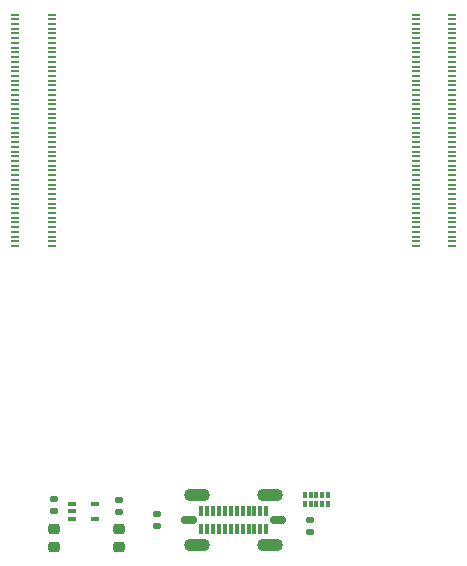
<source format=gbr>
%TF.GenerationSoftware,KiCad,Pcbnew,6.0.11-2627ca5db0~126~ubuntu22.04.1*%
%TF.CreationDate,2023-12-08T19:09:51-08:00*%
%TF.ProjectId,small-display,736d616c-6c2d-4646-9973-706c61792e6b,rev?*%
%TF.SameCoordinates,Original*%
%TF.FileFunction,Soldermask,Top*%
%TF.FilePolarity,Negative*%
%FSLAX46Y46*%
G04 Gerber Fmt 4.6, Leading zero omitted, Abs format (unit mm)*
G04 Created by KiCad (PCBNEW 6.0.11-2627ca5db0~126~ubuntu22.04.1) date 2023-12-08 19:09:51*
%MOMM*%
%LPD*%
G01*
G04 APERTURE LIST*
G04 Aperture macros list*
%AMRoundRect*
0 Rectangle with rounded corners*
0 $1 Rounding radius*
0 $2 $3 $4 $5 $6 $7 $8 $9 X,Y pos of 4 corners*
0 Add a 4 corners polygon primitive as box body*
4,1,4,$2,$3,$4,$5,$6,$7,$8,$9,$2,$3,0*
0 Add four circle primitives for the rounded corners*
1,1,$1+$1,$2,$3*
1,1,$1+$1,$4,$5*
1,1,$1+$1,$6,$7*
1,1,$1+$1,$8,$9*
0 Add four rect primitives between the rounded corners*
20,1,$1+$1,$2,$3,$4,$5,0*
20,1,$1+$1,$4,$5,$6,$7,0*
20,1,$1+$1,$6,$7,$8,$9,0*
20,1,$1+$1,$8,$9,$2,$3,0*%
G04 Aperture macros list end*
%ADD10RoundRect,0.135000X0.185000X-0.135000X0.185000X0.135000X-0.185000X0.135000X-0.185000X-0.135000X0*%
%ADD11R,0.300000X0.950000*%
%ADD12O,2.200000X1.100000*%
%ADD13O,1.400000X0.700000*%
%ADD14R,0.650000X0.400000*%
%ADD15R,0.300000X0.550000*%
%ADD16R,0.400000X0.550000*%
%ADD17RoundRect,0.218750X-0.256250X0.218750X-0.256250X-0.218750X0.256250X-0.218750X0.256250X0.218750X0*%
%ADD18R,0.700000X0.200000*%
G04 APERTURE END LIST*
D10*
%TO.C,R1*%
X6270000Y-57773750D03*
X6270000Y-56753750D03*
%TD*%
%TO.C,R6*%
X27960000Y-59510000D03*
X27960000Y-58490000D03*
%TD*%
D11*
%TO.C,J1*%
X18750000Y-57745000D03*
X19250000Y-57745000D03*
X19750000Y-57745000D03*
X20250000Y-57745000D03*
X20750000Y-57745000D03*
X21250000Y-57745000D03*
X21750000Y-57745000D03*
X22250000Y-57745000D03*
X22750000Y-57745000D03*
X23250000Y-57745000D03*
X23750000Y-57745000D03*
X24250000Y-57745000D03*
X24250000Y-59255000D03*
X23750000Y-59255000D03*
X23250000Y-59255000D03*
X22750000Y-59255000D03*
X22250000Y-59255000D03*
X21750000Y-59255000D03*
X21250000Y-59255000D03*
X20750000Y-59255000D03*
X20250000Y-59255000D03*
X19750000Y-59255000D03*
X19250000Y-59255000D03*
X18750000Y-59255000D03*
D12*
X18400000Y-56350000D03*
X24600000Y-56350000D03*
D13*
X25250000Y-58500000D03*
D12*
X24600000Y-60650000D03*
X18400000Y-60650000D03*
D13*
X17750000Y-58500000D03*
%TD*%
D14*
%TO.C,U2*%
X7820000Y-57123750D03*
X7820000Y-57773750D03*
X7820000Y-58423750D03*
X9720000Y-58423750D03*
X9720000Y-57123750D03*
%TD*%
D10*
%TO.C,R7*%
X15020000Y-59010000D03*
X15020000Y-57990000D03*
%TD*%
D15*
%TO.C,U1*%
X29500000Y-56365000D03*
X29000000Y-56365000D03*
D16*
X28500000Y-56365000D03*
D15*
X28000000Y-56365000D03*
X27500000Y-56365000D03*
X27500000Y-57135000D03*
X28000000Y-57135000D03*
D16*
X28500000Y-57135000D03*
D15*
X29000000Y-57135000D03*
X29500000Y-57135000D03*
%TD*%
D17*
%TO.C,D2*%
X11770000Y-59236250D03*
X11770000Y-60811250D03*
%TD*%
%TO.C,D1*%
X6270000Y-59226250D03*
X6270000Y-60801250D03*
%TD*%
D18*
%TO.C,Module1*%
X40000000Y-35300000D03*
X36920000Y-35300000D03*
X40000000Y-34900000D03*
X36920000Y-34900000D03*
X40000000Y-34500000D03*
X36920000Y-34500000D03*
X40000000Y-34100000D03*
X36920000Y-34100000D03*
X40000000Y-33700000D03*
X36920000Y-33700000D03*
X40000000Y-33300000D03*
X36920000Y-33300000D03*
X40000000Y-32900000D03*
X36920000Y-32900000D03*
X40000000Y-32500000D03*
X36920000Y-32500000D03*
X40000000Y-32100000D03*
X36920000Y-32100000D03*
X40000000Y-31700000D03*
X36920000Y-31700000D03*
X40000000Y-31300000D03*
X36920000Y-31300000D03*
X40000000Y-30900000D03*
X36920000Y-30900000D03*
X40000000Y-30500000D03*
X36920000Y-30500000D03*
X40000000Y-30100000D03*
X36920000Y-30100000D03*
X40000000Y-29700000D03*
X36920000Y-29700000D03*
X40000000Y-29300000D03*
X36920000Y-29300000D03*
X40000000Y-28900000D03*
X36920000Y-28900000D03*
X40000000Y-28500000D03*
X36920000Y-28500000D03*
X40000000Y-28100000D03*
X36920000Y-28100000D03*
X40000000Y-27700000D03*
X36920000Y-27700000D03*
X40000000Y-27300000D03*
X36920000Y-27300000D03*
X40000000Y-26900000D03*
X36920000Y-26900000D03*
X40000000Y-26500000D03*
X36920000Y-26500000D03*
X40000000Y-26100000D03*
X36920000Y-26100000D03*
X40000000Y-25700000D03*
X36920000Y-25700000D03*
X40000000Y-25300000D03*
X36920000Y-25300000D03*
X40000000Y-24900000D03*
X36920000Y-24900000D03*
X40000000Y-24500000D03*
X36920000Y-24500000D03*
X40000000Y-24100000D03*
X36920000Y-24100000D03*
X40000000Y-23700000D03*
X36920000Y-23700000D03*
X40000000Y-23300000D03*
X36920000Y-23300000D03*
X40000000Y-22900000D03*
X36920000Y-22900000D03*
X40000000Y-22500000D03*
X36920000Y-22500000D03*
X40000000Y-22100000D03*
X36920000Y-22100000D03*
X40000000Y-21700000D03*
X36920000Y-21700000D03*
X40000000Y-21300000D03*
X36920000Y-21300000D03*
X40000000Y-20900000D03*
X36920000Y-20900000D03*
X40000000Y-20500000D03*
X36920000Y-20500000D03*
X40000000Y-20100000D03*
X36920000Y-20100000D03*
X40000000Y-19700000D03*
X36920000Y-19700000D03*
X40000000Y-19300000D03*
X36920000Y-19300000D03*
X40000000Y-18900000D03*
X36920000Y-18900000D03*
X40000000Y-18500000D03*
X36920000Y-18500000D03*
X40000000Y-18100000D03*
X36920000Y-18100000D03*
X40000000Y-17700000D03*
X36920000Y-17700000D03*
X40000000Y-17300000D03*
X36920000Y-17300000D03*
X40000000Y-16900000D03*
X36920000Y-16900000D03*
X40000000Y-16500000D03*
X36920000Y-16500000D03*
X40000000Y-16100000D03*
X36920000Y-16100000D03*
X40000000Y-15700000D03*
X36920000Y-15700000D03*
X6080000Y-35300000D03*
X3000000Y-35300000D03*
X6080000Y-34900000D03*
X3000000Y-34900000D03*
X6080000Y-34500000D03*
X3000000Y-34500000D03*
X6080000Y-34100000D03*
X3000000Y-34100000D03*
X6080000Y-33700000D03*
X3000000Y-33700000D03*
X6080000Y-33300000D03*
X3000000Y-33300000D03*
X6080000Y-32900000D03*
X3000000Y-32900000D03*
X6080000Y-32500000D03*
X3000000Y-32500000D03*
X6080000Y-32100000D03*
X3000000Y-32100000D03*
X6080000Y-31700000D03*
X3000000Y-31700000D03*
X6080000Y-31300000D03*
X3000000Y-31300000D03*
X6080000Y-30900000D03*
X3000000Y-30900000D03*
X6080000Y-30500000D03*
X3000000Y-30500000D03*
X6080000Y-30100000D03*
X3000000Y-30100000D03*
X6080000Y-29700000D03*
X3000000Y-29700000D03*
X6080000Y-29300000D03*
X3000000Y-29300000D03*
X6080000Y-28900000D03*
X3000000Y-28900000D03*
X6080000Y-28500000D03*
X3000000Y-28500000D03*
X6080000Y-28100000D03*
X3000000Y-28100000D03*
X6080000Y-27700000D03*
X3000000Y-27700000D03*
X6080000Y-27300000D03*
X3000000Y-27300000D03*
X6080000Y-26900000D03*
X3000000Y-26900000D03*
X6080000Y-26500000D03*
X3000000Y-26500000D03*
X6080000Y-26100000D03*
X3000000Y-26100000D03*
X6080000Y-25700000D03*
X3000000Y-25700000D03*
X6080000Y-25300000D03*
X3000000Y-25300000D03*
X6080000Y-24900000D03*
X3000000Y-24900000D03*
X6080000Y-24500000D03*
X3000000Y-24500000D03*
X6080000Y-24100000D03*
X3000000Y-24100000D03*
X6080000Y-23700000D03*
X3000000Y-23700000D03*
X6080000Y-23300000D03*
X3000000Y-23300000D03*
X6080000Y-22900000D03*
X3000000Y-22900000D03*
X6080000Y-22500000D03*
X3000000Y-22500000D03*
X6080000Y-22100000D03*
X3000000Y-22100000D03*
X6080000Y-21700000D03*
X3000000Y-21700000D03*
X6080000Y-21300000D03*
X3000000Y-21300000D03*
X6080000Y-20900000D03*
X3000000Y-20900000D03*
X6080000Y-20500000D03*
X3000000Y-20500000D03*
X6080000Y-20100000D03*
X3000000Y-20100000D03*
X6080000Y-19700000D03*
X3000000Y-19700000D03*
X6080000Y-19300000D03*
X3000000Y-19300000D03*
X6080000Y-18900000D03*
X3000000Y-18900000D03*
X6080000Y-18500000D03*
X3000000Y-18500000D03*
X6080000Y-18100000D03*
X3000000Y-18100000D03*
X6080000Y-17700000D03*
X3000000Y-17700000D03*
X6080000Y-17300000D03*
X3000000Y-17300000D03*
X6080000Y-16900000D03*
X3000000Y-16900000D03*
X6080000Y-16500000D03*
X3000000Y-16500000D03*
X6080000Y-16100000D03*
X3000000Y-16100000D03*
X6080000Y-15700000D03*
X3000000Y-15700000D03*
%TD*%
D10*
%TO.C,R2*%
X11750000Y-57783750D03*
X11750000Y-56763750D03*
%TD*%
M02*

</source>
